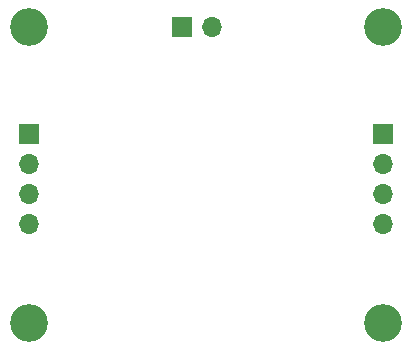
<source format=gbs>
G04 #@! TF.GenerationSoftware,KiCad,Pcbnew,(5.1.10)-1*
G04 #@! TF.CreationDate,2021-07-21T16:10:59+02:00*
G04 #@! TF.ProjectId,rs232-ttl,72733233-322d-4747-946c-2e6b69636164,rev?*
G04 #@! TF.SameCoordinates,Original*
G04 #@! TF.FileFunction,Soldermask,Bot*
G04 #@! TF.FilePolarity,Negative*
%FSLAX46Y46*%
G04 Gerber Fmt 4.6, Leading zero omitted, Abs format (unit mm)*
G04 Created by KiCad (PCBNEW (5.1.10)-1) date 2021-07-21 16:10:59*
%MOMM*%
%LPD*%
G01*
G04 APERTURE LIST*
%ADD10O,1.700000X1.700000*%
%ADD11R,1.700000X1.700000*%
%ADD12C,3.200000*%
G04 APERTURE END LIST*
D10*
X55000000Y-136620000D03*
X55000000Y-134080000D03*
X55000000Y-131540000D03*
D11*
X55000000Y-129000000D03*
D10*
X85000000Y-136620000D03*
X85000000Y-134080000D03*
X85000000Y-131540000D03*
D11*
X85000000Y-129000000D03*
D10*
X70540000Y-120000000D03*
D11*
X68000000Y-120000000D03*
D12*
X85000000Y-120000000D03*
X55000000Y-145000000D03*
X85000000Y-145000000D03*
X55000000Y-120000000D03*
M02*

</source>
